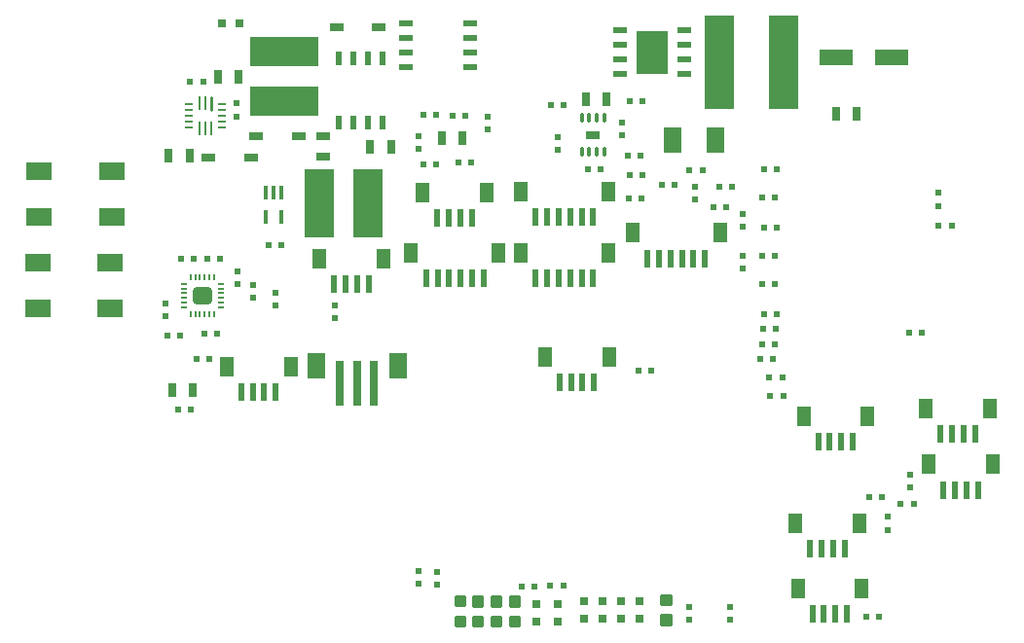
<source format=gtp>
G75*
%MOIN*%
%OFA0B0*%
%FSLAX25Y25*%
%IPPOS*%
%LPD*%
%AMOC8*
5,1,8,0,0,1.08239X$1,22.5*
%
%ADD10R,0.04724X0.02362*%
%ADD11R,0.10700X0.14500*%
%ADD12R,0.04724X0.07087*%
%ADD13R,0.02362X0.06102*%
%ADD14C,0.01200*%
%ADD15R,0.05118X0.02756*%
%ADD16R,0.02400X0.02000*%
%ADD17R,0.02000X0.02400*%
%ADD18R,0.11811X0.05512*%
%ADD19R,0.03150X0.04724*%
%ADD20R,0.04724X0.03150*%
%ADD21R,0.03150X0.03150*%
%ADD22C,0.00850*%
%ADD23R,0.01000X0.05100*%
%ADD24R,0.02800X0.01000*%
%ADD25R,0.04724X0.02756*%
%ADD26C,0.01181*%
%ADD27R,0.06000X0.08600*%
%ADD28R,0.05900X0.09100*%
%ADD29R,0.02800X0.15600*%
%ADD30R,0.02362X0.00787*%
%ADD31R,0.00787X0.02362*%
%ADD32C,0.03031*%
%ADD33R,0.09843X0.23622*%
%ADD34R,0.23622X0.09843*%
%ADD35R,0.10200X0.32300*%
%ADD36R,0.09055X0.06299*%
%ADD37R,0.01400X0.04600*%
%ADD38R,0.02362X0.04724*%
D10*
X0227843Y0204068D03*
X0227843Y0209068D03*
X0227843Y0214068D03*
X0227843Y0219068D03*
X0249890Y0219068D03*
X0249890Y0214068D03*
X0249890Y0209068D03*
X0249890Y0204068D03*
X0176440Y0206318D03*
X0176440Y0211318D03*
X0176440Y0216318D03*
X0176440Y0221318D03*
X0154393Y0221318D03*
X0154393Y0216318D03*
X0154393Y0211318D03*
X0154393Y0206318D03*
D11*
X0238867Y0211568D03*
D12*
X0223785Y0163878D03*
X0232164Y0149678D03*
X0223785Y0142778D03*
X0193864Y0142778D03*
X0186235Y0142828D03*
X0156314Y0142828D03*
X0146885Y0140778D03*
X0124964Y0140778D03*
X0160364Y0163378D03*
X0182285Y0163378D03*
X0193864Y0163878D03*
X0262085Y0149678D03*
X0224085Y0107128D03*
X0202164Y0107128D03*
X0115085Y0103828D03*
X0093164Y0103828D03*
X0290764Y0086828D03*
X0312685Y0086828D03*
X0332564Y0089428D03*
X0354485Y0089428D03*
X0355585Y0070328D03*
X0333664Y0070328D03*
X0309885Y0050228D03*
X0287964Y0050228D03*
X0288764Y0027828D03*
X0310685Y0027828D03*
D13*
X0305567Y0019068D03*
X0301630Y0019068D03*
X0297693Y0019068D03*
X0293756Y0019068D03*
X0292956Y0041468D03*
X0296893Y0041468D03*
X0300830Y0041468D03*
X0304767Y0041468D03*
X0338656Y0061568D03*
X0342593Y0061568D03*
X0346530Y0061568D03*
X0350467Y0061568D03*
X0349367Y0080668D03*
X0345430Y0080668D03*
X0341493Y0080668D03*
X0337556Y0080668D03*
X0307567Y0078068D03*
X0303630Y0078068D03*
X0299693Y0078068D03*
X0295756Y0078068D03*
X0218967Y0098368D03*
X0215030Y0098368D03*
X0211093Y0098368D03*
X0207156Y0098368D03*
X0206856Y0134018D03*
X0210793Y0134018D03*
X0214730Y0134018D03*
X0218667Y0134018D03*
X0202919Y0134018D03*
X0198982Y0134018D03*
X0181117Y0134068D03*
X0177180Y0134068D03*
X0173243Y0134068D03*
X0169306Y0134068D03*
X0165369Y0134068D03*
X0161432Y0134068D03*
X0141767Y0132018D03*
X0137830Y0132018D03*
X0133893Y0132018D03*
X0129956Y0132018D03*
X0165356Y0154618D03*
X0169293Y0154618D03*
X0173230Y0154618D03*
X0177167Y0154618D03*
X0198982Y0155118D03*
X0202919Y0155118D03*
X0206856Y0155118D03*
X0210793Y0155118D03*
X0214730Y0155118D03*
X0218667Y0155118D03*
X0237282Y0140918D03*
X0241219Y0140918D03*
X0245156Y0140918D03*
X0249093Y0140918D03*
X0253030Y0140918D03*
X0256967Y0140918D03*
X0109967Y0095068D03*
X0106030Y0095068D03*
X0102093Y0095068D03*
X0098156Y0095068D03*
D14*
X0214767Y0176368D02*
X0214767Y0178368D01*
X0217267Y0178368D02*
X0217267Y0176368D01*
X0219867Y0176368D02*
X0219867Y0178368D01*
X0222367Y0178318D02*
X0222367Y0176418D01*
X0222367Y0187968D02*
X0222367Y0189968D01*
X0219867Y0189968D02*
X0219867Y0187968D01*
X0217267Y0187968D02*
X0217267Y0189968D01*
X0214767Y0189968D02*
X0214767Y0187968D01*
D15*
X0218567Y0183168D03*
D16*
X0076467Y0089168D03*
X0080867Y0089168D03*
X0082767Y0106518D03*
X0087167Y0106518D03*
X0085467Y0114968D03*
X0089867Y0114968D03*
X0077267Y0114368D03*
X0072867Y0114368D03*
X0077567Y0140668D03*
X0081967Y0140668D03*
X0086567Y0140668D03*
X0090967Y0140668D03*
X0107417Y0145268D03*
X0111817Y0145268D03*
X0160467Y0173168D03*
X0164867Y0173168D03*
X0172367Y0173668D03*
X0176767Y0173668D03*
X0175017Y0189868D03*
X0170617Y0189868D03*
X0164867Y0189968D03*
X0160467Y0189968D03*
X0204267Y0193568D03*
X0208667Y0193568D03*
X0231167Y0194668D03*
X0235567Y0194668D03*
X0234767Y0176068D03*
X0230367Y0176068D03*
X0231267Y0169568D03*
X0235667Y0169568D03*
X0242067Y0165968D03*
X0246467Y0165968D03*
X0251667Y0171068D03*
X0256067Y0171068D03*
X0261867Y0165368D03*
X0266267Y0165368D03*
X0264117Y0158418D03*
X0259717Y0158418D03*
X0276567Y0161868D03*
X0280967Y0161868D03*
X0281567Y0171568D03*
X0277167Y0171568D03*
X0277167Y0151568D03*
X0281567Y0151568D03*
X0280967Y0141868D03*
X0276567Y0141868D03*
X0276567Y0132168D03*
X0280967Y0132168D03*
X0281617Y0121868D03*
X0277217Y0121868D03*
X0276767Y0116868D03*
X0281167Y0116868D03*
X0281017Y0111468D03*
X0276617Y0111468D03*
X0275767Y0106318D03*
X0280167Y0106318D03*
X0279017Y0100018D03*
X0283417Y0100018D03*
X0283717Y0093818D03*
X0279317Y0093818D03*
X0238567Y0102318D03*
X0234167Y0102318D03*
X0313217Y0059018D03*
X0317617Y0059018D03*
X0323967Y0056618D03*
X0328367Y0056618D03*
X0316467Y0018018D03*
X0312067Y0018018D03*
X0208367Y0028618D03*
X0203967Y0028618D03*
X0198517Y0028568D03*
X0194117Y0028568D03*
X0326917Y0115568D03*
X0331317Y0115568D03*
X0336967Y0151968D03*
X0341367Y0151968D03*
X0235217Y0161418D03*
X0230817Y0161418D03*
X0221267Y0171368D03*
X0216867Y0171368D03*
X0085067Y0201368D03*
X0080667Y0201368D03*
D17*
X0096667Y0193968D03*
X0096667Y0189568D03*
X0158767Y0182718D03*
X0158767Y0178318D03*
X0182367Y0184968D03*
X0182367Y0189368D03*
X0206467Y0182568D03*
X0206467Y0178168D03*
X0228667Y0182968D03*
X0228667Y0187368D03*
X0253367Y0165418D03*
X0253367Y0161018D03*
X0269817Y0156218D03*
X0269817Y0151818D03*
X0269767Y0141768D03*
X0269767Y0137368D03*
X0336867Y0158918D03*
X0336867Y0163318D03*
X0327067Y0066768D03*
X0327067Y0062368D03*
X0319517Y0052268D03*
X0319517Y0047868D03*
X0265567Y0021568D03*
X0265567Y0017168D03*
X0251517Y0017068D03*
X0251517Y0021468D03*
X0165267Y0029168D03*
X0165267Y0033568D03*
X0158867Y0033868D03*
X0158867Y0029468D03*
X0130067Y0120368D03*
X0130067Y0124768D03*
X0109867Y0124768D03*
X0109867Y0129168D03*
X0102267Y0127468D03*
X0102267Y0131868D03*
X0096767Y0131968D03*
X0096767Y0136368D03*
X0072267Y0125368D03*
X0072267Y0120968D03*
D18*
X0302018Y0209768D03*
X0320915Y0209768D03*
D19*
X0309010Y0190568D03*
X0301923Y0190568D03*
X0223210Y0195368D03*
X0216123Y0195368D03*
X0174010Y0182168D03*
X0166923Y0182168D03*
X0149410Y0179168D03*
X0142323Y0179168D03*
X0097210Y0203168D03*
X0090123Y0203168D03*
X0080410Y0176168D03*
X0073323Y0176168D03*
X0074523Y0095768D03*
X0081610Y0095768D03*
D20*
X0126067Y0175624D03*
X0126067Y0182711D03*
D21*
X0097569Y0221568D03*
X0091664Y0221568D03*
X0215667Y0023420D03*
X0221917Y0023420D03*
X0228167Y0023420D03*
X0234417Y0023420D03*
X0234417Y0017515D03*
X0228167Y0017515D03*
X0221917Y0017515D03*
X0215667Y0017515D03*
X0206367Y0016365D03*
X0206367Y0022270D03*
X0199117Y0022270D03*
X0199117Y0016365D03*
D22*
X0087942Y0196093D02*
X0087792Y0196093D01*
X0087942Y0196093D02*
X0087942Y0191843D01*
X0087792Y0191843D01*
X0087792Y0196093D01*
X0087792Y0192692D02*
X0087942Y0192692D01*
X0087942Y0193541D02*
X0087792Y0193541D01*
X0087792Y0194390D02*
X0087942Y0194390D01*
X0087942Y0195239D02*
X0087792Y0195239D01*
X0087792Y0196088D02*
X0087942Y0196088D01*
D23*
X0085867Y0193968D03*
X0083867Y0193968D03*
X0083867Y0185368D03*
X0085867Y0185368D03*
X0087867Y0185368D03*
D24*
X0091567Y0185668D03*
X0091567Y0187668D03*
X0091567Y0189668D03*
X0091567Y0191668D03*
X0091567Y0193668D03*
X0080167Y0193668D03*
X0080167Y0191668D03*
X0080167Y0189668D03*
X0080167Y0187668D03*
X0080167Y0185668D03*
D25*
X0086983Y0175568D03*
X0101550Y0175568D03*
X0103283Y0182918D03*
X0117850Y0182918D03*
X0130783Y0219968D03*
X0145350Y0219968D03*
D26*
X0171889Y0024798D02*
X0174645Y0024798D01*
X0174645Y0022042D01*
X0171889Y0022042D01*
X0171889Y0024798D01*
X0171889Y0023222D02*
X0174645Y0023222D01*
X0174645Y0024402D02*
X0171889Y0024402D01*
X0177939Y0024598D02*
X0180695Y0024598D01*
X0180695Y0021842D01*
X0177939Y0021842D01*
X0177939Y0024598D01*
X0177939Y0023022D02*
X0180695Y0023022D01*
X0180695Y0024202D02*
X0177939Y0024202D01*
X0184189Y0024598D02*
X0186945Y0024598D01*
X0186945Y0021842D01*
X0184189Y0021842D01*
X0184189Y0024598D01*
X0184189Y0023022D02*
X0186945Y0023022D01*
X0186945Y0024202D02*
X0184189Y0024202D01*
X0190439Y0024598D02*
X0193195Y0024598D01*
X0193195Y0021842D01*
X0190439Y0021842D01*
X0190439Y0024598D01*
X0190439Y0023022D02*
X0193195Y0023022D01*
X0193195Y0024202D02*
X0190439Y0024202D01*
X0190439Y0017693D02*
X0193195Y0017693D01*
X0193195Y0014937D01*
X0190439Y0014937D01*
X0190439Y0017693D01*
X0190439Y0016117D02*
X0193195Y0016117D01*
X0193195Y0017297D02*
X0190439Y0017297D01*
X0186945Y0017693D02*
X0184189Y0017693D01*
X0186945Y0017693D02*
X0186945Y0014937D01*
X0184189Y0014937D01*
X0184189Y0017693D01*
X0184189Y0016117D02*
X0186945Y0016117D01*
X0186945Y0017297D02*
X0184189Y0017297D01*
X0180695Y0017693D02*
X0177939Y0017693D01*
X0180695Y0017693D02*
X0180695Y0014937D01*
X0177939Y0014937D01*
X0177939Y0017693D01*
X0177939Y0016117D02*
X0180695Y0016117D01*
X0180695Y0017297D02*
X0177939Y0017297D01*
X0174645Y0017893D02*
X0171889Y0017893D01*
X0174645Y0017893D02*
X0174645Y0015137D01*
X0171889Y0015137D01*
X0171889Y0017893D01*
X0171889Y0016317D02*
X0174645Y0016317D01*
X0174645Y0017497D02*
X0171889Y0017497D01*
X0242339Y0015537D02*
X0245095Y0015537D01*
X0242339Y0015537D02*
X0242339Y0018293D01*
X0245095Y0018293D01*
X0245095Y0015537D01*
X0245095Y0016717D02*
X0242339Y0016717D01*
X0242339Y0017897D02*
X0245095Y0017897D01*
X0245095Y0022442D02*
X0242339Y0022442D01*
X0242339Y0025198D01*
X0245095Y0025198D01*
X0245095Y0022442D01*
X0245095Y0023622D02*
X0242339Y0023622D01*
X0242339Y0024802D02*
X0245095Y0024802D01*
D27*
X0246017Y0181568D03*
X0260517Y0181568D03*
D28*
X0151717Y0104068D03*
X0123817Y0104068D03*
D29*
X0131867Y0098168D03*
X0137767Y0098168D03*
X0143667Y0098168D03*
D30*
X0091066Y0124231D03*
X0091066Y0125806D03*
X0091066Y0127380D03*
X0091066Y0128955D03*
X0091066Y0130530D03*
X0091066Y0132105D03*
X0078467Y0132105D03*
X0078467Y0130530D03*
X0078467Y0128955D03*
X0078467Y0127380D03*
X0078467Y0125806D03*
X0078467Y0124231D03*
D31*
X0080830Y0121869D03*
X0082404Y0121869D03*
X0083979Y0121869D03*
X0085554Y0121869D03*
X0087129Y0121869D03*
X0088704Y0121869D03*
X0088704Y0134467D03*
X0087129Y0134467D03*
X0085554Y0134467D03*
X0083979Y0134467D03*
X0082404Y0134467D03*
X0080830Y0134467D03*
D32*
X0082936Y0126652D02*
X0086598Y0126652D01*
X0082936Y0126652D02*
X0082936Y0129684D01*
X0086598Y0129684D01*
X0086598Y0126652D01*
X0086598Y0129682D02*
X0082936Y0129682D01*
D33*
X0124704Y0159879D03*
X0141633Y0159879D03*
D34*
X0112778Y0194802D03*
X0112778Y0211731D03*
D35*
X0261867Y0208068D03*
X0283867Y0208068D03*
D36*
X0053818Y0170668D03*
X0053818Y0155068D03*
X0053218Y0139468D03*
X0053218Y0123868D03*
X0028415Y0123868D03*
X0028415Y0139468D03*
X0029015Y0155068D03*
X0029015Y0170668D03*
D37*
X0106658Y0163268D03*
X0109217Y0163268D03*
X0111776Y0163268D03*
X0111776Y0155068D03*
X0106658Y0155068D03*
D38*
X0131617Y0187394D03*
X0136617Y0187394D03*
X0141617Y0187394D03*
X0146617Y0187394D03*
X0146617Y0209441D03*
X0141617Y0209441D03*
X0136617Y0209441D03*
X0131617Y0209441D03*
M02*

</source>
